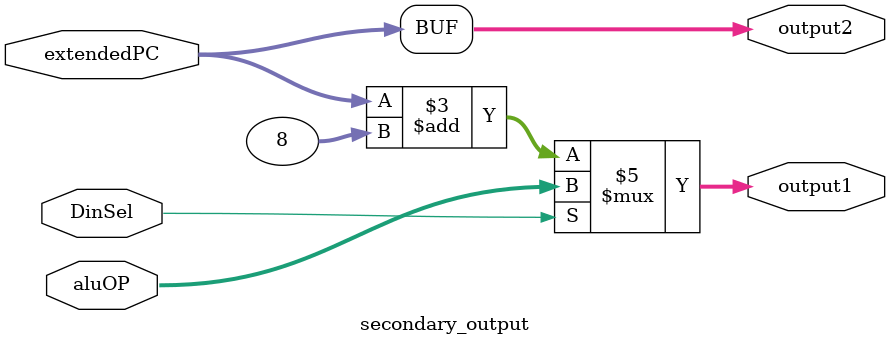
<source format=v>
`timescale 1ns / 1ps

module secondary_output(aluOP, extendedPC, DinSel, output1, output2);

    input [31 : 0] aluOP;
    input [31 : 0] extendedPC;
    input DinSel;
    
    output reg [31:0] output1;
    output reg [31:0] output2;
    
    always @* begin
        
        output2 = extendedPC;
        output1 = aluOP;
        
        if(DinSel == 1'b0) begin
            output1 = extendedPC + 8;
        end
        
//        else if (DinSel == 1'b1) begin
//            output1 = aluOP;
//        end
        
        else begin
            
        end
    end
    
endmodule

</source>
